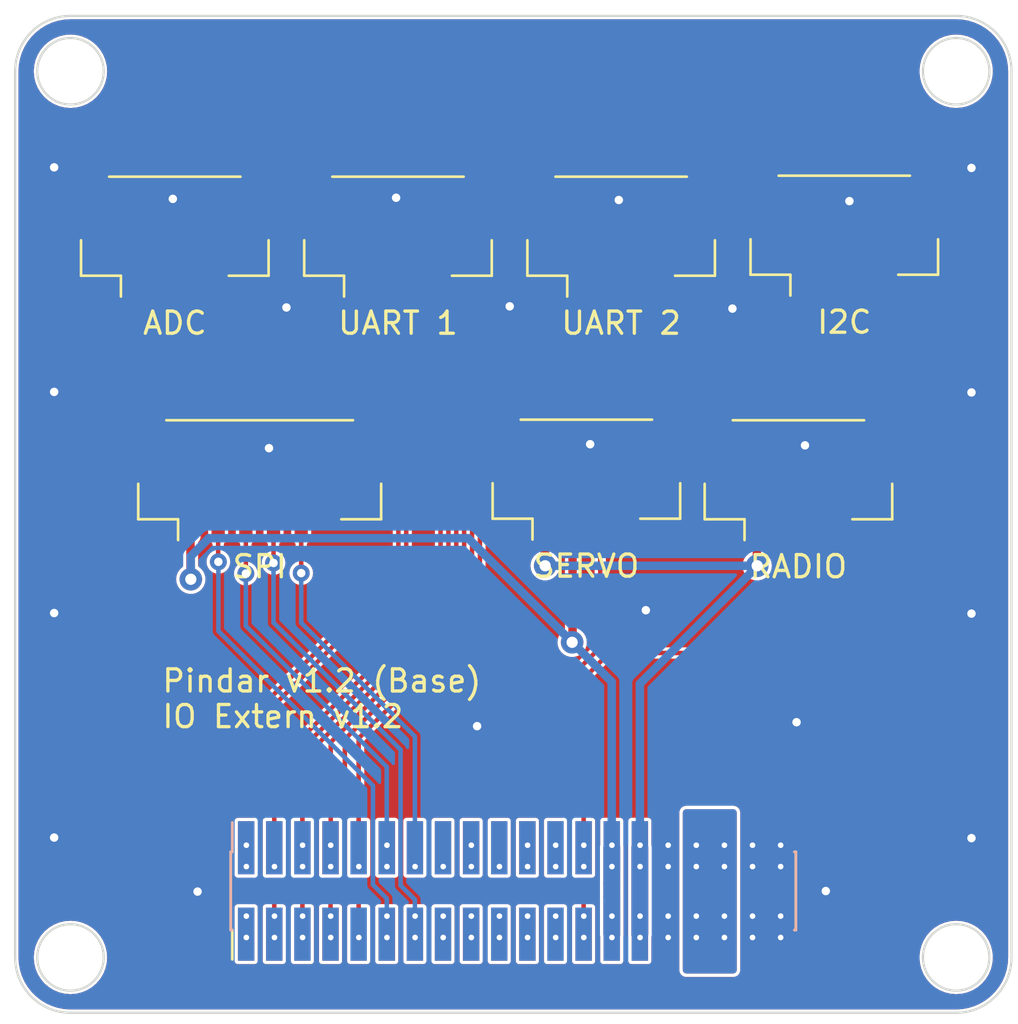
<source format=kicad_pcb>
(kicad_pcb (version 20221018) (generator pcbnew)
  (title_block (date "2023-06-14"))
  (layers (0 "F.Cu" signal) (31 "B.Cu" signal) (34 "B.Paste" user) (35 "F.Paste" user) (36 "B.SilkS" user "B.Silkscreen") (37 "F.SilkS" user "F.Silkscreen") (38 "B.Mask" user) (39 "F.Mask" user) (44 "Edge.Cuts" user))
  (net 0 "")
  (net 1 "+3.3V")
  (net 2 "GND")
  (net 3 "/SPI_CS")
  (net 4 "/SPI_CLK")
  (net 5 "/SPI_MOSI")
  (net 6 "/SPI_MISO")
  (net 7 "/I2C_CLK")
  (net 8 "/GPIO_1")
  (net 9 "/GPIO_2")
  (net 10 "/GPIO_3")
  (net 11 "/GPIO_4")
  (net 12 "/GPIO_5")
  (net 13 "/GPIO_6")
  (net 14 "/GPIO_7")
  (net 15 "/GPIO_8")
  (net 16 "/ADC_1")
  (net 17 "/ADC_3")
  (net 18 "/ADC_4")
  (net 19 "+5V")
  (net 20 "/GPIO_11")
  (net 21 "/ADC_2")
  (net 22 "/I2C_SDA")
  (net 23 "/UART1_Rx")
  (net 24 "/UART1_Tx")
  (net 25 "/GPIO_12")
  (net 26 "/UART2_Rx")
  (net 27 "/UART2_Tx")
  (net 28 "/GPIO_9")
  (net 29 "/GPIO_10")
  (net 30 "/+BATT")
  (footprint "Connector_JST:JST_GH_BM04B-GHS-TBT_1x04-1MP_P1.25mm_Vertical" (layer "F.Cu") (at 54.0216 43.6458)
    (fp_text reference "J7" hide)
    (fp_text value "ADC" (at 0 4) (layer "F.SilkS"))
    (fp_line (start -4.235 0.26) (end -4.235 1.86) (stroke (width 0.12)) (layer "F.SilkS"))
    (fp_line (start -4.235 1.86) (end -2.435 1.86) (stroke (width 0.12)) (layer "F.SilkS"))
    (fp_line (start -2.965 -2.61) (end 2.965 -2.61) (stroke (width 0.12)) (layer "F.SilkS"))
    (fp_line (start -2.435 1.86) (end -2.435 2.8) (stroke (width 0.12)) (layer "F.SilkS"))
    (fp_line (start 4.235 0.26) (end 4.235 1.86) (stroke (width 0.12)) (layer "F.SilkS"))
    (fp_line (start 4.235 1.86) (end 2.435 1.86) (stroke (width 0.12)) (layer "F.SilkS"))
    (pad "1" smd roundrect (at -1.875 1.95) (size 0.6 1.7) (layers "F.Cu" "F.Paste" "F.Mask") (net 1 "+3.3V"))
    (pad "2" smd roundrect (at -0.625 1.95) (size 0.6 1.7) (layers "F.Cu" "F.Paste" "F.Mask") (net 17 "/ADC_3"))
    (pad "3" smd roundrect (at 0.625 1.95) (size 0.6 1.7) (layers "F.Cu" "F.Paste" "F.Mask") (net 18 "/ADC_4"))
    (pad "4" smd roundrect (at 1.875 1.95) (size 0.6 1.7) (layers "F.Cu" "F.Paste" "F.Mask") (net 2 "GND"))
    (pad "MP" smd roundrect (at -3.725 -1.4) (size 1 2.8) (layers "F.Cu" "F.Paste" "F.Mask") (net 2 "GND"))
    (pad "MP" smd roundrect (at 3.725 -1.4) (size 1 2.8) (layers "F.Cu" "F.Paste" "F.Mask") (net 2 "GND"))
  )
  (footprint "Connector_JST:JST_GH_BM04B-GHS-TBT_1x04-1MP_P1.25mm_Vertical" (layer "F.Cu") (at 82.1848 54.6384)
    (fp_text reference "J5" hide)
    (fp_text value "RADIO" (at 0 4) (layer "F.SilkS"))
    (fp_line (start -4.235 0.26) (end -4.235 1.86) (stroke (width 0.12)) (layer "F.SilkS"))
    (fp_line (start -4.235 1.86) (end -2.435 1.86) (stroke (width 0.12)) (layer "F.SilkS"))
    (fp_line (start -2.965 -2.61) (end 2.965 -2.61) (stroke (width 0.12)) (layer "F.SilkS"))
    (fp_line (start -2.435 1.86) (end -2.435 2.8) (stroke (width 0.12)) (layer "F.SilkS"))
    (fp_line (start 4.235 0.26) (end 4.235 1.86) (stroke (width 0.12)) (layer "F.SilkS"))
    (fp_line (start 4.235 1.86) (end 2.435 1.86) (stroke (width 0.12)) (layer "F.SilkS"))
    (pad "1" smd roundrect (at -1.875 1.95) (size 0.6 1.7) (layers "F.Cu" "F.Paste" "F.Mask") (net 19 "+5V"))
    (pad "2" smd roundrect (at -0.625 1.95) (size 0.6 1.7) (layers "F.Cu" "F.Paste" "F.Mask") (net 1 "+3.3V"))
    (pad "3" smd roundrect (at 0.625 1.95) (size 0.6 1.7) (layers "F.Cu" "F.Paste" "F.Mask") (net 25 "/GPIO_12"))
    (pad "4" smd roundrect (at 1.875 1.95) (size 0.6 1.7) (layers "F.Cu" "F.Paste" "F.Mask") (net 2 "GND"))
    (pad "MP" smd roundrect (at -3.725 -1.4) (size 1 2.8) (layers "F.Cu" "F.Paste" "F.Mask") (net 2 "GND"))
    (pad "MP" smd roundrect (at 3.725 -1.4) (size 1 2.8) (layers "F.Cu" "F.Paste" "F.Mask") (net 2 "GND"))
  )
  (footprint "Connector_PinHeader_1.27mm:PinHeader_2x20_P1.27mm_Vertical_SMD" (layer "F.Cu") (at 69.3084 73.2762 90)
    (fp_text reference "J8" hide)
    (fp_text value "TOP")
    (fp_line (start -3.09 -12.695) (end -1.765 -12.695) (stroke (width 0.12)) (layer "F.SilkS"))
    (fp_line (start -1.765 -12.76) (end -1.765 -12.695) (stroke (width 0.12)) (layer "F.SilkS"))
    (fp_line (start -1.765 -12.76) (end 1.765 -12.76) (stroke (width 0.12)) (layer "F.SilkS"))
    (fp_line (start -1.765 12.695) (end -1.765 12.76) (stroke (width 0.12)) (layer "F.SilkS"))
    (fp_line (start -1.765 12.76) (end 1.765 12.76) (stroke (width 0.12)) (layer "F.SilkS"))
    (fp_line (start 1.765 -12.76) (end 1.765 -12.695) (stroke (width 0.12)) (layer "F.SilkS"))
    (fp_line (start 1.765 12.695) (end 1.765 12.76) (stroke (width 0.12)) (layer "F.SilkS"))
    (pad "1" smd rect (at -1.95 -12.065 90) (size 2.4 0.74) (layers "F.Cu" "F.Paste" "F.Mask") (net 16 "/ADC_1"))
    (pad "2" smd rect (at 1.95 -12.065 90) (size 2.4 0.74) (layers "F.Cu" "F.Paste" "F.Mask") (net 21 "/ADC_2"))
    (pad "3" smd rect (at -1.95 -10.795 90) (size 2.4 0.74) (layers "F.Cu" "F.Paste" "F.Mask") (net 17 "/ADC_3"))
    (pad "4" smd rect (at 1.95 -10.795 90) (size 2.4 0.74) (layers "F.Cu" "F.Paste" "F.Mask") (net 18 "/ADC_4"))
    (pad "5" smd rect (at -1.95 -9.525 90) (size 2.4 0.74) (layers "F.Cu" "F.Paste" "F.Mask") (net 23 "/UART1_Rx"))
    (pad "6" smd rect (at 1.95 -9.525 90) (size 2.4 0.74) (layers "F.Cu" "F.Paste" "F.Mask") (net 24 "/UART1_Tx"))
    (pad "7" smd rect (at -1.95 -8.255 90) (size 2.4 0.74) (layers "F.Cu" "F.Paste" "F.Mask") (net 26 "/UART2_Rx"))
    (pad "8" smd rect (at 1.95 -8.255 90) (size 2.4 0.74) (layers "F.Cu" "F.Paste" "F.Mask") (net 27 "/UART2_Tx"))
    (pad "9" smd rect (at -1.95 -6.985 90) (size 2.4 0.74) (layers "F.Cu" "F.Paste" "F.Mask") (net 22 "/I2C_SDA"))
    (pad "10" smd rect (at 1.95 -6.985 90) (size 2.4 0.74) (layers "F.Cu" "F.Paste" "F.Mask") (net 7 "/I2C_CLK"))
    (pad "11" smd rect (at -1.95 -5.715 90) (size 2.4 0.74) (layers "F.Cu" "F.Paste" "F.Mask") (net 3 "/SPI_CS"))
    (pad "12" smd rect (at 1.95 -5.715 90) (size 2.4 0.74) (layers "F.Cu" "F.Paste" "F.Mask") (net 4 "/SPI_CLK"))
    (pad "13" smd rect (at -1.95 -4.445 90) (size 2.4 0.74) (layers "F.Cu" "F.Paste" "F.Mask") (net 5 "/SPI_MOSI"))
    (pad "14" smd rect (at 1.95 -4.445 90) (size 2.4 0.74) (layers "F.Cu" "F.Paste" "F.Mask") (net 6 "/SPI_MISO"))
    (pad "15" smd rect (at -1.95 -3.175 90) (size 2.4 0.74) (layers "F.Cu" "F.Paste" "F.Mask") (net 8 "/GPIO_1"))
    (pad "16" smd rect (at 1.95 -3.175 90) (size 2.4 0.74) (layers "F.Cu" "F.Paste" "F.Mask") (net 9 "/GPIO_2"))
    (pad "17" smd rect (at -1.95 -1.905 90) (size 2.4 0.74) (layers "F.Cu" "F.Paste" "F.Mask") (net 10 "/GPIO_3"))
    (pad "18" smd rect (at 1.95 -1.905 90) (size 2.4 0.74) (layers "F.Cu" "F.Paste" "F.Mask") (net 11 "/GPIO_4"))
    (pad "19" smd rect (at -1.95 -0.635 90) (size 2.4 0.74) (layers "F.Cu" "F.Paste" "F.Mask") (net 12 "/GPIO_5"))
    (pad "20" smd rect (at 1.95 -0.635 90) (size 2.4 0.74) (layers "F.Cu" "F.Paste" "F.Mask") (net 13 "/GPIO_6"))
    (pad "21" smd rect (at -1.95 0.635 90) (size 2.4 0.74) (layers "F.Cu" "F.Paste" "F.Mask") (net 14 "/GPIO_7"))
    (pad "22" smd rect (at 1.95 0.635 90) (size 2.4 0.74) (layers "F.Cu" "F.Paste" "F.Mask") (net 15 "/GPIO_8"))
    (pad "23" smd rect (at -1.95 1.905 90) (size 2.4 0.74) (layers "F.Cu" "F.Paste" "F.Mask") (net 28 "/GPIO_9"))
    (pad "24" smd rect (at 1.95 1.905 90) (size 2.4 0.74) (layers "F.Cu" "F.Paste" "F.Mask") (net 29 "/GPIO_10"))
    (pad "25" smd rect (at -1.95 3.175 90) (size 2.4 0.74) (layers "F.Cu" "F.Paste" "F.Mask") (net 20 "/GPIO_11"))
    (pad "26" smd rect (at 1.95 3.175 90) (size 2.4 0.74) (layers "F.Cu" "F.Paste" "F.Mask") (net 25 "/GPIO_12"))
    (pad "27" smd rect (at -1.95 4.445 90) (size 2.4 0.74) (layers "F.Cu" "F.Paste" "F.Mask") (net 1 "+3.3V"))
    (pad "28" smd rect (at 1.95 4.445 90) (size 2.4 0.74) (layers "F.Cu" "F.Paste" "F.Mask") (net 1 "+3.3V"))
    (pad "29" smd rect (at -1.95 5.715 90) (size 2.4 0.74) (layers "F.Cu" "F.Paste" "F.Mask") (net 19 "+5V"))
    (pad "30" smd rect (at 1.95 5.715 90) (size 2.4 0.74) (layers "F.Cu" "F.Paste" "F.Mask") (net 19 "+5V"))
    (pad "31" smd rect (at -1.95 6.985 90) (size 2.4 0.74) (layers "F.Cu" "F.Paste" "F.Mask") (net 2 "GND"))
    (pad "32" smd rect (at 1.95 6.985 90) (size 2.4 0.74) (layers "F.Cu" "F.Paste" "F.Mask") (net 2 "GND"))
    (pad "33" smd rect (at -1.95 8.255 90) (size 2.4 0.74) (layers "F.Cu" "F.Paste" "F.Mask") (net 30 "/+BATT"))
    (pad "34" smd rect (at 1.95 8.255 90) (size 2.4 0.74) (layers "F.Cu" "F.Paste" "F.Mask") (net 30 "/+BATT"))
    (pad "35" smd rect (at -1.95 9.525 90) (size 2.4 0.74) (layers "F.Cu" "F.Paste" "F.Mask") (net 30 "/+BATT"))
    (pad "36" smd rect (at 1.95 9.525 90) (size 2.4 0.74) (layers "F.Cu" "F.Paste" "F.Mask") (net 30 "/+BATT"))
    (pad "37" smd rect (at -1.95 10.795 90) (size 2.4 0.74) (layers "F.Cu" "F.Paste" "F.Mask") (net 2 "GND"))
    (pad "38" smd rect (at 1.95 10.795 90) (size 2.4 0.74) (layers "F.Cu" "F.Paste" "F.Mask") (net 2 "GND"))
    (pad "39" smd rect (at -1.95 12.065 90) (size 2.4 0.74) (layers "F.Cu" "F.Paste" "F.Mask") (net 2 "GND"))
    (pad "40" smd rect (at 1.95 12.065 90) (size 2.4 0.74) (layers "F.Cu" "F.Paste" "F.Mask") (net 2 "GND"))
  )
  (footprint "Connector_JST:JST_GH_BM04B-GHS-TBT_1x04-1MP_P1.25mm_Vertical" (layer "F.Cu") (at 74.178132 43.6458)
    (fp_text reference "J6" hide)
    (fp_text value "UART 2" (at 0 4) (layer "F.SilkS"))
    (fp_line (start -4.235 0.26) (end -4.235 1.86) (stroke (width 0.12)) (layer "F.SilkS"))
    (fp_line (start -4.235 1.86) (end -2.435 1.86) (stroke (width 0.12)) (layer "F.SilkS"))
    (fp_line (start -2.965 -2.61) (end 2.965 -2.61) (stroke (width 0.12)) (layer "F.SilkS"))
    (fp_line (start -2.435 1.86) (end -2.435 2.8) (stroke (width 0.12)) (layer "F.SilkS"))
    (fp_line (start 4.235 0.26) (end 4.235 1.86) (stroke (width 0.12)) (layer "F.SilkS"))
    (fp_line (start 4.235 1.86) (end 2.435 1.86) (stroke (width 0.12)) (layer "F.SilkS"))
    (pad "1" smd roundrect (at -1.875 1.95) (size 0.6 1.7) (layers "F.Cu" "F.Paste" "F.Mask") (net 1 "+3.3V"))
    (pad "2" smd roundrect (at -0.625 1.95) (size 0.6 1.7) (layers "F.Cu" "F.Paste" "F.Mask") (net 26 "/UART2_Rx"))
    (pad "3" smd roundrect (at 0.625 1.95) (size 0.6 1.7) (layers "F.Cu" "F.Paste" "F.Mask") (net 27 "/UART2_Tx"))
    (pad "4" smd roundrect (at 1.875 1.95) (size 0.6 1.7) (layers "F.Cu" "F.Paste" "F.Mask") (net 2 "GND"))
    (pad "MP" smd roundrect (at -3.725 -1.4) (size 1 2.8) (layers "F.Cu" "F.Paste" "F.Mask") (net 2 "GND"))
    (pad "MP" smd roundrect (at 3.725 -1.4) (size 1 2.8) (layers "F.Cu" "F.Paste" "F.Mask") (net 2 "GND"))
  )
  (footprint "Connector_JST:JST_GH_BM04B-GHS-TBT_1x04-1MP_P1.25mm_Vertical" (layer "F.Cu") (at 64.099866 43.6458)
    (fp_text reference "J3" hide)
    (fp_text value "UART 1" (at 0 4) (layer "F.SilkS"))
    (fp_line (start -4.235 0.26) (end -4.235 1.86) (stroke (width 0.12)) (layer "F.SilkS"))
    (fp_line (start -4.235 1.86) (end -2.435 1.86) (stroke (width 0.12)) (layer "F.SilkS"))
    (fp_line (start -2.965 -2.61) (end 2.965 -2.61) (stroke (width 0.12)) (layer "F.SilkS"))
    (fp_line (start -2.435 1.86) (end -2.435 2.8) (stroke (width 0.12)) (layer "F.SilkS"))
    (fp_line (start 4.235 0.26) (end 4.235 1.86) (stroke (width 0.12)) (layer "F.SilkS"))
    (fp_line (start 4.235 1.86) (end 2.435 1.86) (stroke (width 0.12)) (layer "F.SilkS"))
    (pad "1" smd roundrect (at -1.875 1.95) (size 0.6 1.7) (layers "F.Cu" "F.Paste" "F.Mask") (net 1 "+3.3V"))
    (pad "2" smd roundrect (at -0.625 1.95) (size 0.6 1.7) (layers "F.Cu" "F.Paste" "F.Mask") (net 23 "/UART1_Rx"))
    (pad "3" smd roundrect (at 0.625 1.95) (size 0.6 1.7) (layers "F.Cu" "F.Paste" "F.Mask") (net 24 "/UART1_Tx"))
    (pad "4" smd roundrect (at 1.875 1.95) (size 0.6 1.7) (layers "F.Cu" "F.Paste" "F.Mask") (net 2 "GND"))
    (pad "MP" smd roundrect (at -3.725 -1.4) (size 1 2.8) (layers "F.Cu" "F.Paste" "F.Mask") (net 2 "GND"))
    (pad "MP" smd roundrect (at 3.725 -1.4) (size 1 2.8) (layers "F.Cu" "F.Paste" "F.Mask") (net 2 "GND"))
  )
  (footprint "Connector_JST:JST_GH_BM04B-GHS-TBT_1x04-1MP_P1.25mm_Vertical" (layer "F.Cu") (at 84.2564 43.601)
    (fp_text reference "J4" hide)
    (fp_text value "I2C" (at 0 4) (layer "F.SilkS"))
    (fp_line (start -4.235 0.26) (end -4.235 1.86) (stroke (width 0.12)) (layer "F.SilkS"))
    (fp_line (start -4.235 1.86) (end -2.435 1.86) (stroke (width 0.12)) (layer "F.SilkS"))
    (fp_line (start -2.965 -2.61) (end 2.965 -2.61) (stroke (width 0.12)) (layer "F.SilkS"))
    (fp_line (start -2.435 1.86) (end -2.435 2.8) (stroke (width 0.12)) (layer "F.SilkS"))
    (fp_line (start 4.235 0.26) (end 4.235 1.86) (stroke (width 0.12)) (layer "F.SilkS"))
    (fp_line (start 4.235 1.86) (end 2.435 1.86) (stroke (width 0.12)) (layer "F.SilkS"))
    (pad "1" smd roundrect (at -1.875 1.95) (size 0.6 1.7) (layers "F.Cu" "F.Paste" "F.Mask") (net 1 "+3.3V"))
    (pad "2" smd roundrect (at -0.625 1.95) (size 0.6 1.7) (layers "F.Cu" "F.Paste" "F.Mask") (net 22 "/I2C_SDA"))
    (pad "3" smd roundrect (at 0.625 1.95) (size 0.6 1.7) (layers "F.Cu" "F.Paste" "F.Mask") (net 7 "/I2C_CLK"))
    (pad "4" smd roundrect (at 1.875 1.95) (size 0.6 1.7) (layers "F.Cu" "F.Paste" "F.Mask") (net 2 "GND"))
    (pad "MP" smd roundrect (at -3.725 -1.4) (size 1 2.8) (layers "F.Cu" "F.Paste" "F.Mask") (net 2 "GND"))
    (pad "MP" smd roundrect (at 3.725 -1.4) (size 1 2.8) (layers "F.Cu" "F.Paste" "F.Mask") (net 2 "GND"))
  )
  (footprint "Connector_JST:JST_GH_BM06B-GHS-TBT_1x06-1MP_P1.25mm_Vertical" (layer "F.Cu") (at 57.8542 54.6384)
    (fp_text reference "J1" hide)
    (fp_text value "SPI" (at 0 4) (layer "F.SilkS"))
    (fp_line (start -5.485 0.26) (end -5.485 1.86) (stroke (width 0.12)) (layer "F.SilkS"))
    (fp_line (start -5.485 1.86) (end -3.685 1.86) (stroke (width 0.12)) (layer "F.SilkS"))
    (fp_line (start -4.215 -2.61) (end 4.215 -2.61) (stroke (width 0.12)) (layer "F.SilkS"))
    (fp_line (start -3.685 1.86) (end -3.685 2.8) (stroke (width 0.12)) (layer "F.SilkS"))
    (fp_line (start 5.485 0.26) (end 5.485 1.86) (stroke (width 0.12)) (layer "F.SilkS"))
    (fp_line (start 5.485 1.86) (end 3.685 1.86) (stroke (width 0.12)) (layer "F.SilkS"))
    (pad "1" smd roundrect (at -3.125 1.95) (size 0.6 1.7) (layers "F.Cu" "F.Paste" "F.Mask") (net 1 "+3.3V"))
    (pad "2" smd roundrect (at -1.875 1.95) (size 0.6 1.7) (layers "F.Cu" "F.Paste" "F.Mask") (net 3 "/SPI_CS"))
    (pad "3" smd roundrect (at -0.625 1.95) (size 0.6 1.7) (layers "F.Cu" "F.Paste" "F.Mask") (net 4 "/SPI_CLK"))
    (pad "4" smd roundrect (at 0.625 1.95) (size 0.6 1.7) (layers "F.Cu" "F.Paste" "F.Mask") (net 5 "/SPI_MOSI"))
    (pad "5" smd roundrect (at 1.875 1.95) (size 0.6 1.7) (layers "F.Cu" "F.Paste" "F.Mask") (net 6 "/SPI_MISO"))
    (pad "6" smd roundrect (at 3.125 1.95) (size 0.6 1.7) (layers "F.Cu" "F.Paste" "F.Mask") (net 2 "GND"))
    (pad "MP" smd roundrect (at -4.975 -1.4) (size 1 2.8) (layers "F.Cu" "F.Paste" "F.Mask") (net 2 "GND"))
    (pad "MP" smd roundrect (at 4.975 -1.4) (size 1 2.8) (layers "F.Cu" "F.Paste" "F.Mask") (net 2 "GND"))
  )
  (footprint "Connector_JST:JST_GH_BM04B-GHS-TBT_1x04-1MP_P1.25mm_Vertical" (layer "F.Cu") (at 72.609 54.613)
    (fp_text reference "J2" hide)
    (fp_text value "SERVO" (at 0 4) (layer "F.SilkS"))
    (fp_line (start -4.235 0.26) (end -4.235 1.86) (stroke (width 0.12)) (layer "F.SilkS"))
    (fp_line (start -4.235 1.86) (end -2.435 1.86) (stroke (width 0.12)) (layer "F.SilkS"))
    (fp_line (start -2.965 -2.61) (end 2.965 -2.61) (stroke (width 0.12)) (layer "F.SilkS"))
    (fp_line (start -2.435 1.86) (end -2.435 2.8) (stroke (width 0.12)) (layer "F.SilkS"))
    (fp_line (start 4.235 0.26) (end 4.235 1.86) (stroke (width 0.12)) (layer "F.SilkS"))
    (fp_line (start 4.235 1.86) (end 2.435 1.86) (stroke (width 0.12)) (layer "F.SilkS"))
    (pad "1" smd roundrect (at -1.875 1.95) (size 0.6 1.7) (layers "F.Cu" "F.Paste" "F.Mask") (net 19 "+5V"))
    (pad "2" smd roundrect (at -0.625 1.95) (size 0.6 1.7) (layers "F.Cu" "F.Paste" "F.Mask") (net 1 "+3.3V"))
    (pad "3" smd roundrect (at 0.625 1.95) (size 0.6 1.7) (layers "F.Cu" "F.Paste" "F.Mask") (net 20 "/GPIO_11"))
    (pad "4" smd roundrect (at 1.875 1.95) (size 0.6 1.7) (layers "F.Cu" "F.Paste" "F.Mask") (net 2 "GND"))
    (pad "MP" smd roundrect (at -3.725 -1.4) (size 1 2.8) (layers "F.Cu" "F.Paste" "F.Mask") (net 2 "GND"))
    (pad "MP" smd roundrect (at 3.725 -1.4) (size 1 2.8) (layers "F.Cu" "F.Paste" "F.Mask") (net 2 "GND"))
  )
  (footprint "Connector_PinHeader_1.27mm:PinHeader_2x20_P1.27mm_Vertical_SMD" (layer "B.Cu") (at 69.3084 73.2762 -90)
    (fp_text reference "J9" hide)
    (fp_text value "BUTTOM")
    (fp_line (start -3.09 12.695) (end -1.765 12.695) (stroke (width 0.12)) (layer "B.SilkS"))
    (fp_line (start -1.765 -12.76) (end 1.765 -12.76) (stroke (width 0.12)) (layer "B.SilkS"))
    (fp_line (start -1.765 -12.695) (end -1.765 -12.76) (stroke (width 0.12)) (layer "B.SilkS"))
    (fp_line (start -1.765 12.76) (end -1.765 12.695) (stroke (width 0.12)) (layer "B.SilkS"))
    (fp_line (start -1.765 12.76) (end 1.765 12.76) (stroke (width 0.12)) (layer "B.SilkS"))
    (fp_line (start 1.765 -12.695) (end 1.765 -12.76) (stroke (width 0.12)) (layer "B.SilkS"))
    (fp_line (start 1.765 12.76) (end 1.765 12.695) (stroke (width 0.12)) (layer "B.SilkS"))
    (pad "1" smd rect (at -1.95 12.065 270) (size 2.4 0.74) (layers "B.Cu" "B.Paste" "B.Mask") (net 21 "/ADC_2"))
    (pad "2" smd rect (at 1.95 12.065 270) (size 2.4 0.74) (layers "B.Cu" "B.Paste" "B.Mask") (net 16 "/ADC_1"))
    (pad "3" smd rect (at -1.95 10.795 270) (size 2.4 0.74) (layers "B.Cu" "B.Paste" "B.Mask") (net 18 "/ADC_4"))
    (pad "4" smd rect (at 1.95 10.795 270) (size 2.4 0.74) (layers "B.Cu" "B.Paste" "B.Mask") (net 17 "/ADC_3"))
    (pad "5" smd rect (at -1.95 9.525 270) (size 2.4 0.74) (layers "B.Cu" "B.Paste" "B.Mask") (net 24 "/UART1_Tx"))
    (pad "6" smd rect (at 1.95 9.525 270) (size 2.4 0.74) (layers "B.Cu" "B.Paste" "B.Mask") (net 23 "/UART1_Rx"))
    (pad "7" smd rect (at -1.95 8.255 270) (size 2.4 0.74) (layers "B.Cu" "B.Paste" "B.Mask") (net 27 "/UART2_Tx"))
    (pad "8" smd rect (at 1.95 8.255 270) (size 2.4 0.74) (layers "B.Cu" "B.Paste" "B.Mask") (net 26 "/UART2_Rx"))
    (pad "9" smd rect (at -1.95 6.985 270) (size 2.4 0.74) (layers "B.Cu" "B.Paste" "B.Mask") (net 7 "/I2C_CLK"))
    (pad "10" smd rect (at 1.95 6.985 270) (size 2.4 0.74) (layers "B.Cu" "B.Paste" "B.Mask") (net 22 "/I2C_SDA"))
    (pad "11" smd rect (at -1.95 5.715 270) (size 2.4 0.74) (layers "B.Cu" "B.Paste" "B.Mask") (net 4 "/SPI_CLK"))
    (pad "12" smd rect (at 1.95 5.715 270) (size 2.4 0.74) (layers "B.Cu" "B.Paste" "B.Mask") (net 3 "/SPI_CS"))
    (pad "13" smd rect (at -1.95 4.445 270) (size 2.4 0.74) (layers "B.Cu" "B.Paste" "B.Mask") (net 6 "/SPI_MISO"))
    (pad "14" smd rect (at 1.95 4.445 270) (size 2.4 0.74) (layers "B.Cu" "B.Paste" "B.Mask") (net 5 "/SPI_MOSI"))
    (pad "15" smd rect (at -1.95 3.175 270) (size 2.4 0.74) (layers "B.Cu" "B.Paste" "B.Mask") (net 9 "/GPIO_2"))
    (pad "16" smd rect (at 1.95 3.175 270) (size 2.4 0.74) (layers "B.Cu" "B.Paste" "B.Mask") (net 8 "/GPIO_1"))
    (pad "17" smd rect (at -1.95 1.905 270) (size 2.4 0.74) (layers "B.Cu" "B.Paste" "B.Mask") (net 11 "/GPIO_4"))
    (pad "18" smd rect (at 1.95 1.905 270) (size 2.4 0.74) (layers "B.Cu" "B.Paste" "B.Mask") (net 10 "/GPIO_3"))
    (pad "19" smd rect (at -1.95 0.635 270) (size 2.4 0.74) (layers "B.Cu" "B.Paste" "B.Mask") (net 13 "/GPIO_6"))
    (pad "20" smd rect (at 1.95 0.635 270) (size 2.4 0.74) (layers "B.Cu" "B.Paste" "B.Mask") (net 12 "/GPIO_5"))
    (pad "21" smd rect (at -1.95 -0.635 270) (size 2.4 0.74) (layers "B.Cu" "B.Paste" "B.Mask") (net 15 "/GPIO_8"))
    (pad "22" smd rect (at 1.95 -0.635 270) (size 2.4 0.74) (layers "B.Cu" "B.Paste" "B.Mask") (net 14 "/GPIO_7"))
    (pad "23" smd rect (at -1.95 -1.905 270) (size 2.4 0.74) (layers "B.Cu" "B.Paste" "B.Mask") (net 29 "/GPIO_10"))
    (pad "24" smd rect (at 1.95 -1.905 270) (size 2.4 0.74) (layers "B.Cu" "B.Paste" "B.Mask") (net 28 "/GPIO_9"))
    (pad "25" smd rect (at -1.95 -3.175 270) (size 2.4 0.74) (layers "B.Cu" "B.Paste" "B.Mask") (net 25 "/GPIO_12"))
    (pad "26" smd rect (at 1.95 -3.175 270) (size 2.4 0.74) (layers "B.Cu" "B.Paste" "B.Mask") (net 20 "/GPIO_11"))
    (pad "27" smd rect (at -1.95 -4.445 270) (size 2.4 0.74) (layers "B.Cu" "B.Paste" "B.Mask") (net 1 "+3.3V"))
    (pad "28" smd rect (at 1.95 -4.445 270) (size 2.4 0.74) (layers "B.Cu" "B.Paste" "B.Mask") (net 1 "+3.3V"))
    (pad "29" smd rect (at -1.95 -5.715 270) (size 2.4 0.74) (layers "B.Cu" "B.Paste" "B.Mask") (net 19 "+5V"))
    (pad "30" smd rect (at 1.95 -5.715 270) (size 2.4 0.74) (layers "B.Cu" "B.Paste" "B.Mask") (net 19 "+5V"))
    (pad "31" smd rect (at -1.95 -6.985 270) (size 2.4 0.74) (layers "B.Cu" "B.Paste" "B.Mask") (net 2 "GND"))
    (pad "32" smd rect (at 1.95 -6.985 270) (size 2.4 0.74) (layers "B.Cu" "B.Paste" "B.Mask") (net 2 "GND"))
    (pad "33" smd rect (at -1.95 -8.255 270) (size 2.4 0.74) (layers "B.Cu" "B.Paste" "B.Mask") (net 30 "/+BATT"))
    (pad "34" smd rect (at 1.95 -8.255 270) (size 2.4 0.74) (layers "B.Cu" "B.Paste" "B.Mask") (net 30 "/+BATT"))
    (pad "35" smd rect (at -1.95 -9.525 270) (size 2.4 0.74) (layers "B.Cu" "B.Paste" "B.Mask") (net 30 "/+BATT"))
    (pad "36" smd rect (at 1.95 -9.525 270) (size 2.4 0.74) (layers "B.Cu" "B.Paste" "B.Mask") (net 30 "/+BATT"))
    (pad "37" smd rect (at -1.95 -10.795 270) (size 2.4 0.74) (layers "B.Cu" "B.Paste" "B.Mask") (net 2 "GND"))
    (pad "38" smd rect (at 1.95 -10.795 270) (size 2.4 0.74) (layers "B.Cu" "B.Paste" "B.Mask") (net 2 "GND"))
    (pad "39" smd rect (at -1.95 -12.065 270) (size 2.4 0.74) (layers "B.Cu" "B.Paste" "B.Mask") (net 2 "GND"))
    (pad "40" smd rect (at 1.95 -12.065 270) (size 2.4 0.74) (layers "B.Cu" "B.Paste" "B.Mask") (net 2 "GND"))
  )
  (gr_arc locked (start 89.3084 33.7762) (mid 91.076167 34.508433) (end 91.8084 36.2762) (stroke (width 0.1)) (layer "Edge.Cuts"))
  (gr_arc locked (start 91.8084 76.2762) (mid 91.076167 78.043967) (end 89.3084 78.7762) (stroke (width 0.1)) (layer "Edge.Cuts"))
  (gr_arc locked (start 46.8084 36.2762) (mid 47.540633 34.508433) (end 49.3084 33.7762) (stroke (width 0.1)) (layer "Edge.Cuts"))
  (gr_line locked (start 91.8084 76.2762) (end 91.8084 36.2762) (stroke (width 0.1)) (layer "Edge.Cuts"))
  (gr_line locked (start 89.3084 33.7762) (end 49.3084 33.7762) (stroke (width 0.1)) (layer "Edge.Cuts"))
  (gr_line locked (start 49.3084 78.7762) (end 89.3084 78.7762) (stroke (width 0.1)) (layer "Edge.Cuts"))
  (gr_line locked (start 46.8084 36.2762) (end 46.8084 76.2762) (stroke (width 0.1)) (layer "Edge.Cuts"))
  (gr_arc locked (start 49.3084 78.7762) (mid 47.540633 78.043967) (end 46.8084 76.2762) (stroke (width 0.1)) (layer "Edge.Cuts"))
  (gr_circle locked (center 89.3084 76.2762) (end 87.8084 76.2762) (stroke (width 0.1)) (fill none) (layer "Edge.Cuts"))
  (gr_circle locked (center 49.3084 36.2762) (end 50.8084 36.2762) (stroke (width 0.1)) (fill none) (layer "Edge.Cuts"))
  (gr_circle locked (center 49.3084 76.2762) (end 49.3084 74.7762) (stroke (width 0.1)) (fill none) (layer "Edge.Cuts"))
  (gr_circle locked (center 89.3084 36.2762) (end 89.3084 37.7762) (stroke (width 0.1)) (fill none) (layer "Edge.Cuts"))
  (gr_text "Pindar v1.2 (Base)\nIO Extern v1.2" (at 53.3724 65.9892) (layer "F.SilkS") (effects (font (size 1 1)) (justify left bottom)))
  (segment (start 72.768064 44.0182) (end 82.049 44.0182) (width 0.381) (layer "F.Cu") (net 1))
  (segment (start 81.5598 56.5884) (end 81.5598 55.467) (width 0.381) (layer "F.Cu") (net 1))
  (segment (start 52.1466 49.2948) (end 54.7292 51.8774) (width 0.381) (layer "F.Cu") (net 1))
  (segment (start 62.720732 43.9928) (end 71.8128 43.9928) (width 0.381) (layer "F.Cu") (net 1))
  (segment (start 62.224866 44.488666) (end 61.7544 44.0182) (width 0.381) (layer "F.Cu") (net 1))
  (segment (start 54.7292 51.8774) (end 54.7292 56.5884) (width 0.381) (layer "F.Cu") (net 1))
  (segment (start 73.7534 72.9234) (end 73.7534 75.2262) (width 0.762) (layer "F.Cu") (net 1))
  (segment (start 81.0584 54.9656) (end 81.0427 54.9813) (width 0.381) (layer "F.Cu") (net 1))
  (segment (start 72.4321 54.9813) (end 71.984 55.4294) (width 0.381) (layer "F.Cu") (net 1))
  (segment (start 62.224866 44.488666) (end 62.720732 43.9928) (width 0.381) (layer "F.Cu") (net 1))
  (segment (start 82.049 44.0182) (end 82.3814 44.3506) (width 0.381) (layer "F.Cu") (net 1))
  (segment (start 52.1466 44.5074) (end 52.1466 45.5958) (width 0.381) (layer "F.Cu") (net 1))
  (segment (start 61.7544 44.0182) (end 52.6358 44.0182) (width 0.381) (layer "F.Cu") (net 1))
  (segment (start 71.8128 43.9928) (end 72.303132 44.483132) (width 0.381) (layer "F.Cu") (net 1))
  (segment (start 82.3814 44.3506) (end 82.3814 45.551) (width 0.381) (layer "F.Cu") (net 1))
  (segment (start 52.1466 45.5958) (end 52.1466 49.2948) (width 0.381) (layer "F.Cu") (net 1))
  (segment (start 71.984 56.563) (end 71.984 62.033412) (width 0.381) (layer "F.Cu") (net 1))
  (segment (start 62.224866 45.5958) (end 62.224866 44.488666) (width 0.381) (layer "F.Cu") (net 1))
  (segment (start 81.5598 55.467) (end 81.0584 54.9656) (width 0.381) (layer "F.Cu") (net 1))
  (segment (start 81.0427 54.9813) (end 72.4321 54.9813) (width 0.381) (layer "F.Cu") (net 1))
  (segment (start 72.303132 44.483132) (end 72.768064 44.0182) (width 0.381) (layer "F.Cu") (net 1))
  (segment (start 71.984 62.033412) (end 71.965206 62.052206) (width 0.381) (layer "F.Cu") (net 1))
  (segment (start 72.303132 44.483132) (end 72.303132 45.5958) (width 0.381) (layer "F.Cu") (net 1))
  (segment (start 54.7292 56.5884) (end 54.7292 59.1926) (width 0.381) (layer "F.Cu") (net 1))
  (segment (start 52.6358 44.0182) (end 52.1466 44.5074) (width 0.381) (layer "F.Cu") (net 1))
  (segment (start 54.7292 59.1926) (end 54.744 59.2074) (width 0.381) (layer "F.Cu") (net 1))
  (segment (start 73.7534 71.3262) (end 73.7534 72.9234) (width 0.762) (layer "F.Cu") (net 1))
  (segment (start 71.984 55.4294) (end 71.984 56.563) (width 0.381) (layer "F.Cu") (net 1))
  (via (at 71.965206 62.052206) (size 1.016) (drill 0.508) (layers "F.Cu" "B.Cu") (net 1))
  (via (at 73.7616 74.4114) (size 0.508) (drill 0.254) (layers "F.Cu" "B.Cu") (net 1))
  (via (at 54.744 59.2074) (size 1.016) (drill 0.508) (layers "F.Cu" "B.Cu") (net 1))
  (via (at 73.7616 72.1762) (size 0.508) (drill 0.254) (layers "F.Cu" "B.Cu") (net 1))
  (via (at 73.7616 71.211) (size 0.508) (drill 0.254) (layers "F.Cu" "B.Cu") (net 1))
  (via (at 73.7616 75.3766) (size 0.508) (drill 0.254) (layers "F.Cu" "B.Cu") (net 1))
  (segment (start 67.2662 57.3532) (end 71.965206 62.052206) (width 0.381) (layer "B.Cu") (net 1))
  (segment (start 73.7534 73.533) (end 73.7534 75.2262) (width 0.762) (layer "B.Cu") (net 1))
  (segment (start 73.7534 71.3262) (end 73.7534 73.533) (width 0.762) (layer "B.Cu") (net 1))
  (segment (start 73.7534 63.8404) (end 71.965206 62.052206) (width 0.381) (layer "B.Cu") (net 1))
  (segment (start 54.744 59.2074) (end 54.744 58.166) (width 0.381) (layer "B.Cu") (net 1))
  (segment (start 54.744 58.166) (end 55.5568 57.3532) (width 0.381) (layer "B.Cu") (net 1))
  (segment (start 55.5568 57.3532) (end 67.2662 57.3532) (width 0.381) (layer "B.Cu") (net 1))
  (segment (start 73.7534 73.533) (end 73.7534 63.8404) (width 0.381) (layer "B.Cu") (net 1))
  (via (at 89.9992 50.7746) (size 0.762) (drill 0.381) (layers "F.Cu" "B.Cu") (net 2))
  (via (at 76.3016 72.1762) (size 0.508) (drill 0.254) (layers "F.Cu" "B.Cu") (net 2))
  (via (at 59.062 46.9392) (size 0.762) (drill 0.381) (layers "F.Cu" "B.Cu") (net 2))
  (via (at 55.0488 73.3044) (size 0.762) (drill 0.381) (layers "F.Cu" "B.Cu") (net 2))
  (via (at 64.015 41.9862) (size 0.762) (drill 0.381) (layers "F.Cu" "B.Cu") (net 2))
  (via (at 48.5718 50.7492) (size 0.762) (drill 0.381) (layers "F.Cu" "B.Cu") (net 2))
  (via (at 80.1116 75.3766) (size 0.508) (drill 0.254) (layers "F.Cu" "B.Cu") (net 2))
  (via (at 80.1116 74.4114) (size 0.508) (drill 0.254) (layers "F.Cu" "B.Cu") (net 2))
  (via (at 83.4206 73.279) (size 0.762) (drill 0.381) (layers "F.Cu" "B.Cu") (net 2))
  (via (at 84.4874 42.1386) (size 0.762) (drill 0.381) (layers "F.Cu" "B.Cu") (net 2))
  (via (at 89.9992 70.8914) (size 0.762) (drill 0.381) (layers "F.Cu" "B.Cu") (net 2))
  (via (at 82.0998 65.659) (size 0.762) (drill 0.381) (layers "F.Cu" "B.Cu") (net 2))
  (via (at 74.0734 42.0878) (size 0.762) (drill 0.381) (layers "F.Cu" "B.Cu") (net 2))
  (via (at 48.5718 60.7314) (size 0.762) (drill 0.381) (layers "F.Cu" "B.Cu") (net 2))
  (via (at 82.4808 53.1622) (size 0.762) (drill 0.381) (layers "F.Cu" "B.Cu") (net 2))
  (via (at 48.5718 70.866) (size 0.762) (drill 0.381) (layers "F.Cu" "B.Cu") (net 2))
  (via (at 75.2926 60.6044) (size 0.762) (drill 0.381) (layers "F.Cu" "B.Cu") (net 2))
  (via (at 53.9312 42.037) (size 0.762) (drill 0.381) (layers "F.Cu" "B.Cu") (net 2))
  (via (at 69.1458 46.8884) (size 0.762) (drill 0.381) (layers "F.Cu" "B.Cu") (net 2))
  (via (at 89.9992 40.64) (size 0.762) (drill 0.381) (layers "F.Cu" "B.Cu") (net 2))
  (via (at 72.778 53.1114) (size 0.762) (drill 0.381) (layers "F.Cu" "B.Cu") (net 2))
  (via (at 48.5718 40.6146) (size 0.762) (drill 0.381) (layers "F.Cu" "B.Cu") (net 2))
  (via (at 81.3816 72.1762) (size 0.508) (drill 0.254) (layers "F.Cu" "B.Cu") (net 2))
  (via (at 80.1116 72.1762) (size 0.508) (drill 0.254) (layers "F.Cu" "B.Cu") (net 2))
  (via (at 79.2042 46.99) (size 0.762) (drill 0.381) (layers "F.Cu" "B.Cu") (net 2))
  (via (at 76.3016 75.3766) (size 0.508) (drill 0.254) (layers "F.Cu" "B.Cu") (net 2))
  (via (at 81.3816 71.211) (size 0.508) (drill 0.254) (layers "F.Cu" "B.Cu") (net 2))
  (via (at 80.1116 71.211) (size 0.508) (drill 0.254) (layers "F.Cu" "B.Cu") (net 2))
  (via (at 89.9992 60.7568) (size 0.762) (drill 0.381) (layers "F.Cu" "B.Cu") (net 2))
  (via (at 81.3816 74.4114) (size 0.508) (drill 0.254) (layers "F.Cu" "B.Cu") (net 2))
  (via (at 67.6726 65.8368) (size 0.762) (drill 0.381) (layers "F.Cu" "B.Cu") (net 2))
  (via (at 81.3816 75.3766) (size 0.508) (drill 0.254) (layers "F.Cu" "B.Cu") (net 2))
  (via (at 58.2746 53.2892) (size 0.762) (drill 0.381) (layers "F.Cu" "B.Cu") (net 2))
  (via (at 76.3016 71.211) (size 0.508) (drill 0.254) (layers "F.Cu" "B.Cu") (net 2))
  (via (at 76.3016 74.4114) (size 0.508) (drill 0.254) (layers "F.Cu" "B.Cu") (net 2))
  (segment (start 55.9792 56.5884) (end 55.9792 58.4106) (width 0.2032) (layer "F.Cu") (net 3))
  (segment (start 55.9792 58.4106) (end 55.9886 58.42) (width 0.2032) (layer "F.Cu") (net 3))
  (via (at 55.9886 58.42) (size 0.762) (drill 0.381) (layers "F.Cu" "B.Cu") (net 3))
  (via (at 63.6016 74.4114) (size 0.508) (drill 0.254) (layers "F.Cu" "B.Cu") (net 3))
  (via (at 63.6016 75.3766) (size 0.508) (drill 0.254) (layers "F.Cu" "B.Cu") (net 3))
  (segment (start 55.9886 58.42) (end 55.9886 61.5442) (width 0.2032) (layer "B.Cu") (net 3))
  (segment (start 63.5934 73.6194) (end 63.5934 75.2262) (width 0.2032) (layer "B.Cu") (net 3))
  (segment (start 55.9886 61.5442) (end 62.9694 68.525) (width 0.2032) (layer "B.Cu") (net 3))
  (segment (start 62.9694 72.9954) (end 63.5934 73.6194) (width 0.2032) (layer "B.Cu") (net 3))
  (segment (start 62.9694 68.525) (end 62.9694 72.9954) (width 0.2032) (layer "B.Cu") (net 3))
  (segment (start 57.2292 56.5884) (end 57.2292 58.9494) (width 0.2032) (layer "F.Cu") (net 4))
  (segment (start 57.2292 58.9494) (end 57.229201 58.949401) (width 0.2032) (layer "F.Cu") (net 4))
  (via (at 63.6016 72.1762) (size 0.508) (drill 0.254) (layers "F.Cu" "B.Cu") (net 4))
  (via (at 63.6016 71.211) (size 0.508) (drill 0.254) (layers "F.Cu" "B.Cu") (net 4))
  (via (at 57.229201 58.949401) (size 0.762) (drill 0.381) (layers "F.Cu" "B.Cu") (net 4))
  (segment (start 57.229201 61.311601) (end 57.229201 58.949401) (width 0.2032) (layer "B.Cu") (net 4))
  (segment (start 63.5934 67.6758) (end 57.229201 61.311601) (width 0.2032) (layer "B.Cu") (net 4))
  (segment (start 63.5934 71.3262) (end 63.5934 67.6758) (width 0.2032) (layer "B.Cu") (net 4))
  (segment (start 58.4792 56.5884) (end 58.4792 58.4708) (width 0.2032) (layer "F.Cu") (net 5))
  (via (at 64.8716 74.4114) (size 0.508) (drill 0.254) (layers "F.Cu" "B.Cu") (net 5))
  (via (at 58.4792 58.4708) (size 0.762) (drill 0.381) (layers "F.Cu" "B.Cu") (net 5))
  (via (at 64.8716 75.3766) (size 0.508) (drill 0.254) (layers "F.Cu" "B.Cu") (net 5))
  (segment (start 64.8634 73.6702) (end 64.2174 73.0242) (width 0.2032) (layer "B.Cu") (net 5))
  (segment (start 64.2174 73.0242) (end 64.2174 66.9028) (width 0.2032) (layer "B.Cu") (net 5))
  (segment (start 64.8634 75.2262) (end 64.8634 73.6702) (width 0.2032) (layer "B.Cu") (net 5))
  (segment (start 58.4792 61.1646) (end 58.4792 58.4708) (width 0.2032) (layer "B.Cu") (net 5))
  (segment (start 64.2174 66.9028) (end 58.4792 61.1646) (width 0.2032) (layer "B.Cu") (net 5))
  (segment (start 59.7292 56.5884) (end 59.7292 58.927999) (width 0.2032) (layer "F.Cu") (net 6))
  (segment (start 59.7292 58.927999) (end 59.729203 58.928002) (width 0.2032) (layer "F.Cu") (net 6))
  (via (at 64.8716 72.1762) (size 0.508) (drill 0.254) (layers "F.Cu" "B.Cu") (net 6))
  (via (at 59.729203 58.928002) (size 0.762) (drill 0.381) (layers "F.Cu" "B.Cu") (net 6))
  (segment (start 59.729203 61.170003) (end 59.729203 58.928002) (width 0.2032) (layer "B.Cu") (net 6))
  (segment (start 64.8634 66.3042) (end 59.729203 61.170003) (width 0.2032) (layer "B.Cu") (net 6))
  (segment (start 64.8634 71.3262) (end 64.8634 66.3042) (width 0.2032) (layer "B.Cu") (net 6))
  (segment (start 62.3234 66.3854) (end 62.3234 71.3262) (width 0.2032) (layer "F.Cu") (net 7))
  (segment (start 68.9426 49.8602) (end 67.7996 51.0032) (width 0.2032) (layer "F.Cu") (net 7))
  (segment (start 67.7996 60.9092) (end 62.3234 66.3854) (width 0.2032) (layer "F.Cu") (net 7))
  (segment (start 84.8814 49.136) (end 84.1572 49.8602) (width 0.2032) (layer "F.Cu") (net 7))
  (segment (start 84.1572 49.8602) (end 68.9426 49.8602) (width 0.2032) (layer "F.Cu") (net 7))
  (segment (start 84.8814 45.551) (end 84.8814 49.136) (width 0.2032) (layer "F.Cu") (net 7))
  (segment (start 67.7996 51.0032) (end 67.7996 60.9092) (width 0.2032) (layer "F.Cu") (net 7))
  (via (at 62.3316 72.1762) (size 0.508) (drill 0.254) (layers "F.Cu" "B.Cu") (net 7))
  (via (at 66.1416 75.3766) (size 0.508) (drill 0.254) (layers "F.Cu" "B.Cu") (net 8))
  (via (at 66.1416 74.4114) (size 0.508) (drill 0.254) (layers "F.Cu" "B.Cu") (net 8))
  (via (at 66.1416 72.1762) (size 0.508) (drill 0.254) (layers "F.Cu" "B.Cu") (net 9))
  (via (at 67.4116 75.3766) (size 0.508) (drill 0.254) (layers "F.Cu" "B.Cu") (net 10))
  (via (at 67.4116 74.4114) (size 0.508) (drill 0.254) (layers "F.Cu" "B.Cu") (net 10))
  (via (at 67.4116 71.211) (size 0.508) (drill 0.254) (layers "F.Cu" "B.Cu") (net 11))
  (via (at 67.4116 72.1762) (size 0.508) (drill 0.254) (layers "F.Cu" "B.Cu") (net 11))
  (via (at 68.6816 74.4114) (size 0.508) (drill 0.254) (layers "F.Cu" "B.Cu") (net 12))
  (via (at 68.6816 75.3766) (size 0.508) (drill 0.254) (layers "F.Cu" "B.Cu") (net 12))
  (via (at 68.6816 72.1762) (size 0.508) (drill 0.254) (layers "F.Cu" "B.Cu") (net 13))
  (via (at 69.9516 74.4114) (size 0.508) (drill 0.254) (layers "F.Cu" "B.Cu") (net 14))
  (via (at 69.9516 75.3766) (size 0.508) (drill 0.254) (layers "F.Cu" "B.Cu") (net 14))
  (via (at 69.9516 72.1762) (size 0.508) (drill 0.254) (layers "F.Cu" "B.Cu") (net 15))
  (via (at 69.9516 71.211) (size 0.508) (drill 0.254) (layers "F.Cu" "B.Cu") (net 15))
  (via (at 57.2516 74.4114) (size 0.508) (drill 0.254) (layers "F.Cu" "B.Cu") (net 16))
  (via (at 57.2516 75.3766) (size 0.508) (drill 0.254) (layers "F.Cu" "B.Cu") (net 16))
  (segment (start 57.8894 73.0462) (end 58.5134 73.6702) (width 0.2032) (layer "F.Cu") (net 17))
  (segment (start 54.6424 49.8094) (end 62.9482 49.8094) (width 0.2032) (layer "F.Cu") (net 17))
  (segment (start 53.3966 45.5958) (end 53.3966 48.5636) (width 0.2032) (layer "F.Cu") (net 17))
  (segment (start 57.8894 65.007906) (end 57.8894 73.0462) (width 0.2032) (layer "F.Cu") (net 17))
  (segment (start 53.3966 48.5636) (end 54.6424 49.8094) (width 0.2032) (layer "F.Cu") (net 17))
  (segment (start 58.5134 73.6702) (end 58.5134 75.2262) (width 0.2032) (layer "F.Cu") (net 17))
  (segment (start 64.1166 58.780706) (end 57.8894 65.007906) (width 0.2032) (layer "F.Cu") (net 17))
  (segment (start 64.1166 50.9778) (end 64.1166 58.780706) (width 0.2032) (layer "F.Cu") (net 17))
  (segment (start 62.9482 49.8094) (end 64.1166 50.9778) (width 0.2032) (layer "F.Cu") (net 17))
  (via (at 58.5216 74.4114) (size 0.508) (drill 0.254) (layers "F.Cu" "B.Cu") (net 17))
  (via (at 58.5216 75.3766) (size 0.508) (drill 0.254) (layers "F.Cu" "B.Cu") (net 17))
  (segment (start 54.6466 45.5958) (end 54.6466 48.2134) (width 0.2032) (layer "F.Cu") (net 18))
  (segment (start 58.5134 64.8868) (end 58.5134 71.3262) (width 0.2032) (layer "F.Cu") (net 18))
  (segment (start 64.4722 58.928) (end 58.5134 64.8868) (width 0.2032) (layer "F.Cu") (net 18))
  (segment (start 55.887 49.4538) (end 63.095494 49.4538) (width 0.2032) (layer "F.Cu") (net 18))
  (segment (start 54.6466 48.2134) (end 55.887 49.4538) (width 0.2032) (layer "F.Cu") (net 18))
  (segment (start 63.095494 49.4538) (end 64.4722 50.830506) (width 0.2032) (layer "F.Cu") (net 18))
  (segment (start 64.4722 50.830506) (end 64.4722 58.928) (width 0.2032) (layer "F.Cu") (net 18))
  (via (at 58.5216 72.1762) (size 0.508) (drill 0.254) (layers "F.Cu" "B.Cu") (net 18))
  (segment (start 70.734 58.585804) (end 70.745996 58.5978) (width 0.381) (layer "F.Cu") (net 19))
  (segment (start 80.3098 58.5858) (end 80.3218 58.5978) (width 0.381) (layer "F.Cu") (net 19))
  (segment (start 80.3098 56.5884) (end 80.3098 58.5858) (width 0.381) (layer "F.Cu") (net 19))
  (segment (start 70.734 56.563) (end 70.734 58.585804) (width 0.381) (layer "F.Cu") (net 19))
  (segment (start 75.0234 71.3262) (end 75.0234 75.2262) (width 0.762) (layer "F.Cu") (net 19))
  (via (at 75.0316 72.1762) (size 0.508) (drill 0.254) (layers "F.Cu" "B.Cu") (net 19))
  (via (at 75.0316 75.3766) (size 0.508) (drill 0.254) (layers "F.Cu" "B.Cu") (net 19))
  (via (at 75.0316 74.4114) (size 0.508) (drill 0.254) (layers "F.Cu" "B.Cu") (net 19))
  (via (at 75.0316 71.211) (size 0.508) (drill 0.254) (layers "F.Cu" "B.Cu") (net 19))
  (via (at 80.3218 58.5978) (size 1.016) (drill 0.508) (layers "F.Cu" "B.Cu") (net 19))
  (via (at 70.745996 58.5978) (size 1.016) (drill 0.508) (layers "F.Cu" "B.Cu") (net 19))
  (segment (start 75.0234 63.9216) (end 75.0234 71.3262) (width 0.381) (layer "B.Cu") (net 19))
  (segment (start 80.3218 58.5978) (end 70.745996 58.5978) (width 0.381) (layer "B.Cu") (net 19))
  (segment (start 75.0234 71.3262) (end 75.0234 75.2262) (width 0.762) (layer "B.Cu") (net 19))
  (segment (start 80.3218 58.5978) (end 80.3218 58.6232) (width 0.381) (layer "B.Cu") (net 19))
  (segment (start 80.3218 58.6232) (end 75.0234 63.9216) (width 0.381) (layer "B.Cu") (net 19))
  (segment (start 73.234 62.282) (end 71.8128 63.7032) (width 0.2032) (layer "F.Cu") (net 20))
  (segment (start 71.8382 72.8472) (end 72.4834 73.4924) (width 0.2032) (layer "F.Cu") (net 20))
  (segment (start 71.8382 67.812894) (end 71.8382 72.8472) (width 0.2032) (layer "F.Cu") (net 20))
  (segment (start 71.8128 67.787494) (end 71.8382 67.812894) (width 0.2032) (layer "F.Cu") (net 20))
  (segment (start 71.8128 63.7032) (end 71.8128 67.787494) (width 0.2032) (layer "F.Cu") (net 20))
  (segment (start 72.4834 73.4924) (end 72.4834 75.2262) (width 0.2032) (layer "F.Cu") (net 20))
  (segment (start 73.234 56.563) (end 73.234 62.282) (width 0.2032) (layer "F.Cu") (net 20))
  (via (at 72.4916 75.3766) (size 0.508) (drill 0.254) (layers "F.Cu" "B.Cu") (net 20))
  (via (at 72.4916 74.4114) (size 0.508) (drill 0.254) (layers "F.Cu" "B.Cu") (net 20))
  (via (at 57.2516 72.1762) (size 0.508) (drill 0.254) (layers "F.Cu" "B.Cu") (net 21))
  (via (at 57.2516 71.211) (size 0.508) (drill 0.254) (layers "F.Cu" "B.Cu") (net 21))
  (segment (start 67.444 50.8) (end 67.444 60.685706) (width 0.2032) (layer "F.Cu") (net 22))
  (segment (start 83.6314 45.551) (end 83.6492 45.5688) (width 0.2032) (layer "F.Cu") (net 22))
  (segment (start 61.6994 66.430306) (end 61.6994 72.97) (width 0.2032) (layer "F.Cu") (net 22))
  (segment (start 62.3234 73.594) (end 62.3234 75.2262) (width 0.2032) (layer "F.Cu") (net 22))
  (segment (start 82.7602 49.5046) (end 68.7394 49.5046) (width 0.2032) (layer "F.Cu") (net 22))
  (segment (start 83.6492 45.5688) (end 83.6492 48.6156) (width 0.2032) (layer "F.Cu") (net 22))
  (segment (start 68.7394 49.5046) (end 67.444 50.8) (width 0.2032) (layer "F.Cu") (net 22))
  (segment (start 67.444 60.685706) (end 61.6994 66.430306) (width 0.2032) (layer "F.Cu") (net 22))
  (segment (start 61.6994 72.97) (end 62.3234 73.594) (width 0.2032) (layer "F.Cu") (net 22))
  (segment (start 83.6492 48.6156) (end 82.7602 49.5046) (width 0.2032) (layer "F.Cu") (net 22))
  (via (at 62.3316 75.3766) (size 0.508) (drill 0.254) (layers "F.Cu" "B.Cu") (net 22))
  (segment (start 59.7834 73.5686) (end 59.7834 75.2262) (width 0.2032) (layer "F.Cu") (net 23))
  (segment (start 59.1594 72.9446) (end 59.7834 73.5686) (width 0.2032) (layer "F.Cu") (net 23))
  (segment (start 66.0216 49.7332) (end 66.0216 60.09653) (width 0.2032) (layer "F.Cu") (net 23))
  (segment (start 63.474866 47.186466) (end 66.0216 49.7332) (width 0.2032) (layer "F.Cu") (net 23))
  (segment (start 59.1594 66.95873) (end 59.1594 72.9446) (width 0.2032) (layer "F.Cu") (net 23))
  (segment (start 63.474866 45.5958) (end 63.474866 47.186466) (width 0.2032) (layer "F.Cu") (net 23))
  (segment (start 66.0216 60.09653) (end 59.1594 66.95873) (width 0.2032) (layer "F.Cu") (net 23))
  (via (at 59.7916 75.3766) (size 0.508) (drill 0.254) (layers "F.Cu" "B.Cu") (net 23))
  (via (at 59.7916 74.4114) (size 0.508) (drill 0.254) (layers "F.Cu" "B.Cu") (net 23))
  (segment (start 59.7834 66.837624) (end 59.7834 71.3262) (width 0.2032) (layer "F.Cu") (net 24))
  (segment (start 64.724866 47.014066) (end 66.3772 48.6664) (width 0.2032) (layer "F.Cu") (net 24))
  (segment (start 66.3772 60.243824) (end 59.7834 66.837624) (width 0.2032) (layer "F.Cu") (net 24))
  (segment (start 66.3772 48.6664) (end 66.3772 60.243824) (width 0.2032) (layer "F.Cu") (net 24))
  (segment (start 64.724866 45.5958) (end 64.724866 47.014066) (width 0.2032) (layer "F.Cu") (net 24))
  (via (at 59.7916 71.211) (size 0.508) (drill 0.254) (layers "F.Cu" "B.Cu") (net 24))
  (via (at 59.7916 72.1762) (size 0.508) (drill 0.254) (layers "F.Cu" "B.Cu") (net 24))
  (segment (start 82.8098 61.5708) (end 81.8458 62.5348) (width 0.2032) (layer "F.Cu") (net 25))
  (segment (start 73.6416 62.5348) (end 72.4834 63.693) (width 0.2032) (layer "F.Cu") (net 25))
  (segment (start 72.4834 63.693) (end 72.4834 71.3262) (width 0.2032) (layer "F.Cu") (net 25))
  (segment (start 81.8458 62.5348) (end 73.6416 62.5348) (width 0.2032) (layer "F.Cu") (net 25))
  (segment (start 82.8098 56.5884) (end 82.8098 61.5708) (width 0.2032) (layer "F.Cu") (net 25))
  (via (at 72.4916 72.1762) (size 0.508) (drill 0.254) (layers "F.Cu" "B.Cu") (net 25))
  (via (at 72.4916 71.211) (size 0.508) (drill 0.254) (layers "F.Cu" "B.Cu") (net 25))
  (segment (start 73.553132 45.5958) (end 73.553132 47.637268) (width 0.2032) (layer "F.Cu") (net 26))
  (segment (start 60.4294 66.694518) (end 60.4294 73.0208) (width 0.2032) (layer "F.Cu") (net 26))
  (segment (start 68.4854 48.7426) (end 66.7328 50.4952) (width 0.2032) (layer "F.Cu") (net 26))
  (segment (start 72.4478 48.7426) (end 68.4854 48.7426) (width 0.2032) (layer "F.Cu") (net 26))
  (segment (start 73.553132 47.637268) (end 72.4478 48.7426) (width 0.2032) (layer "F.Cu") (net 26))
  (segment (start 60.4294 73.0208) (end 61.0534 73.6448) (width 0.2032) (layer "F.Cu") (net 26))
  (segment (start 66.7328 60.391118) (end 60.4294 66.694518) (width 0.2032) (layer "F.Cu") (net 26))
  (segment (start 61.0534 73.6448) (end 61.0534 75.2262) (width 0.2032) (layer "F.Cu") (net 26))
  (segment (start 66.7328 50.4952) (end 66.7328 60.391118) (width 0.2032) (layer "F.Cu") (net 26))
  (via (at 61.0616 74.4114) (size 0.508) (drill 0.254) (layers "F.Cu" "B.Cu") (net 26))
  (via (at 61.0616 75.3766) (size 0.508) (drill 0.254) (layers "F.Cu" "B.Cu") (net 26))
  (segment (start 74.803132 48.089068) (end 73.7686 49.1236) (width 0.2032) (layer "F.Cu") (net 27))
  (segment (start 67.0884 60.538412) (end 61.0616 66.565212) (width 0.2032) (layer "F.Cu") (net 27))
  (segment (start 61.0616 66.565212) (end 61.0616 71.211) (width 0.2032) (layer "F.Cu") (net 27))
  (segment (start 67.0884 50.642494) (end 67.0884 60.538412) (width 0.2032) (layer "F.Cu") (net 27))
  (segment (start 68.607294 49.1236) (end 67.0884 50.642494) (width 0.2032) (layer "F.Cu") (net 27))
  (segment (start 73.7686 49.1236) (end 68.607294 49.1236) (width 0.2032) (layer "F.Cu") (net 27))
  (segment (start 74.803132 45.5958) (end 74.803132 48.089068) (width 0.2032) (layer "F.Cu") (net 27))
  (via (at 61.0616 72.1762) (size 0.508) (drill 0.254) (layers "F.Cu" "B.Cu") (net 27))
  (via (at 61.0616 71.211) (size 0.508) (drill 0.254) (layers "F.Cu" "B.Cu") (net 27))
  (via (at 71.2216 75.3766) (size 0.508) (drill 0.254) (layers "F.Cu" "B.Cu") (net 28))
  (via (at 71.2216 74.4114) (size 0.508) (drill 0.254) (layers "F.Cu" "B.Cu") (net 28))
  (via (at 71.2216 71.211) (size 0.508) (drill 0.254) (layers "F.Cu" "B.Cu") (net 29))
  (via (at 71.2216 72.1762) (size 0.508) (drill 0.254) (layers "F.Cu" "B.Cu") (net 29))
  (via (at 77.5716 71.211) (size 0.508) (drill 0.254) (layers "F.Cu" "B.Cu") (net 30))
  (via (at 78.8416 75.3766) (size 0.508) (drill 0.254) (layers "F.Cu" "B.Cu") (net 30))
  (via (at 78.8416 74.4114) (size 0.508) (drill 0.254) (layers "F.Cu" "B.Cu") (net 30))
  (via (at 77.5716 74.4114) (size 0.508) (drill 0.254) (layers "F.Cu" "B.Cu") (net 30))
  (via (at 77.5716 72.1762) (size 0.508) (drill 0.254) (layers "F.Cu" "B.Cu") (net 30))
  (via (at 78.8416 71.211) (size 0.508) (drill 0.254) (layers "F.Cu" "B.Cu") (net 30))
  (via (at 77.5716 75.3766) (size 0.508) (drill 0.254) (layers "F.Cu" "B.Cu") (net 30))
  (via (at 78.8416 72.1762) (size 0.508) (drill 0.254) (layers "F.Cu" "B.Cu") (net 30))
  (zone (net 2) (net_name "GND") (layers "F&B.Cu") (name "gnd") (connect_pads yes (clearance 0.1524)) (min_thickness 0.1524) (fill yes (thermal_gap 0.1524) (thermal_bridge_width 0.1524) (smoothing fillet) (radius 0.1524))
    (polygon (pts (xy 46.1264 33.0602) (xy 92.1004 33.0602) (xy 92.1004 79.2882) (xy 46.1264 79.2882)))
  )
  (zone (net 30) (net_name "/+BATT") (layers "F&B.Cu") (name "batt") (priority 1) (connect_pads yes (clearance 0.1524)) (min_thickness 0.1524) (fill yes (thermal_gap 0.1524) (thermal_bridge_width 0.1524) (smoothing fillet) (radius 0.1524))
    (polygon (pts (xy 76.962 69.5854) (xy 76.962 77.0022) (xy 79.4004 77.0022) (xy 79.4004 69.5854)))
  )
)
</source>
